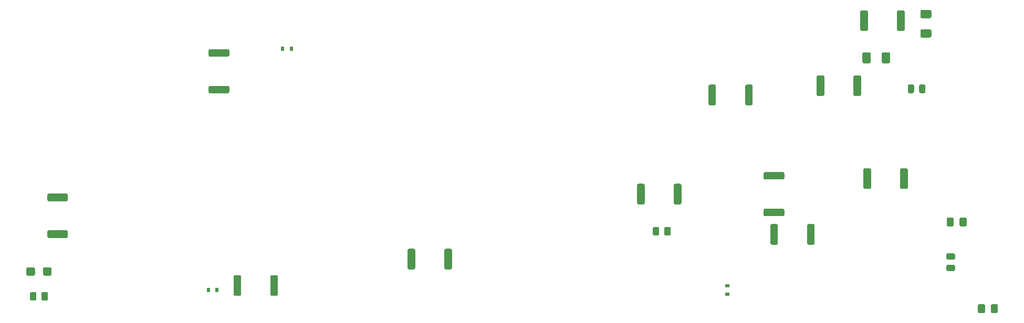
<source format=gbr>
%TF.GenerationSoftware,KiCad,Pcbnew,(5.1.10)-1*%
%TF.CreationDate,2021-11-03T21:28:22+01:00*%
%TF.ProjectId,Amplificatore,416d706c-6966-4696-9361-746f72652e6b,rev?*%
%TF.SameCoordinates,Original*%
%TF.FileFunction,Paste,Bot*%
%TF.FilePolarity,Positive*%
%FSLAX46Y46*%
G04 Gerber Fmt 4.6, Leading zero omitted, Abs format (unit mm)*
G04 Created by KiCad (PCBNEW (5.1.10)-1) date 2021-11-03 21:28:22*
%MOMM*%
%LPD*%
G01*
G04 APERTURE LIST*
%ADD10R,0.700000X0.600000*%
%ADD11R,0.600000X0.700000*%
G04 APERTURE END LIST*
%TO.C,R39*%
G36*
G01*
X205440001Y-79430000D02*
X204539999Y-79430000D01*
G75*
G02*
X204290000Y-79180001I0J249999D01*
G01*
X204290000Y-78654999D01*
G75*
G02*
X204539999Y-78405000I249999J0D01*
G01*
X205440001Y-78405000D01*
G75*
G02*
X205690000Y-78654999I0J-249999D01*
G01*
X205690000Y-79180001D01*
G75*
G02*
X205440001Y-79430000I-249999J0D01*
G01*
G37*
G36*
G01*
X205440001Y-81255000D02*
X204539999Y-81255000D01*
G75*
G02*
X204290000Y-81005001I0J249999D01*
G01*
X204290000Y-80479999D01*
G75*
G02*
X204539999Y-80230000I249999J0D01*
G01*
X205440001Y-80230000D01*
G75*
G02*
X205690000Y-80479999I0J-249999D01*
G01*
X205690000Y-81005001D01*
G75*
G02*
X205440001Y-81255000I-249999J0D01*
G01*
G37*
%TD*%
D10*
%TO.C,D10*%
X168990000Y-85030000D03*
X168990000Y-83630000D03*
%TD*%
D11*
%TO.C,D9*%
X97290000Y-45330000D03*
X98690000Y-45330000D03*
%TD*%
%TO.C,D8*%
X85290000Y-84330000D03*
X86690000Y-84330000D03*
%TD*%
%TO.C,C31*%
G36*
G01*
X210540000Y-86855000D02*
X210540000Y-87805000D01*
G75*
G02*
X210290000Y-88055000I-250000J0D01*
G01*
X209615000Y-88055000D01*
G75*
G02*
X209365000Y-87805000I0J250000D01*
G01*
X209365000Y-86855000D01*
G75*
G02*
X209615000Y-86605000I250000J0D01*
G01*
X210290000Y-86605000D01*
G75*
G02*
X210540000Y-86855000I0J-250000D01*
G01*
G37*
G36*
G01*
X212615000Y-86855000D02*
X212615000Y-87805000D01*
G75*
G02*
X212365000Y-88055000I-250000J0D01*
G01*
X211690000Y-88055000D01*
G75*
G02*
X211440000Y-87805000I0J250000D01*
G01*
X211440000Y-86855000D01*
G75*
G02*
X211690000Y-86605000I250000J0D01*
G01*
X212365000Y-86605000D01*
G75*
G02*
X212615000Y-86855000I0J-250000D01*
G01*
G37*
%TD*%
%TO.C,C29*%
G36*
G01*
X206402000Y-73805000D02*
X206402000Y-72855000D01*
G75*
G02*
X206652000Y-72605000I250000J0D01*
G01*
X207327000Y-72605000D01*
G75*
G02*
X207577000Y-72855000I0J-250000D01*
G01*
X207577000Y-73805000D01*
G75*
G02*
X207327000Y-74055000I-250000J0D01*
G01*
X206652000Y-74055000D01*
G75*
G02*
X206402000Y-73805000I0J250000D01*
G01*
G37*
G36*
G01*
X204327000Y-73805000D02*
X204327000Y-72855000D01*
G75*
G02*
X204577000Y-72605000I250000J0D01*
G01*
X205252000Y-72605000D01*
G75*
G02*
X205502000Y-72855000I0J-250000D01*
G01*
X205502000Y-73805000D01*
G75*
G02*
X205252000Y-74055000I-250000J0D01*
G01*
X204577000Y-74055000D01*
G75*
G02*
X204327000Y-73805000I0J250000D01*
G01*
G37*
%TD*%
%TO.C,R35*%
G36*
G01*
X199890000Y-52280001D02*
X199890000Y-51379999D01*
G75*
G02*
X200139999Y-51130000I249999J0D01*
G01*
X200665001Y-51130000D01*
G75*
G02*
X200915000Y-51379999I0J-249999D01*
G01*
X200915000Y-52280001D01*
G75*
G02*
X200665001Y-52530000I-249999J0D01*
G01*
X200139999Y-52530000D01*
G75*
G02*
X199890000Y-52280001I0J249999D01*
G01*
G37*
G36*
G01*
X198065000Y-52280001D02*
X198065000Y-51379999D01*
G75*
G02*
X198314999Y-51130000I249999J0D01*
G01*
X198840001Y-51130000D01*
G75*
G02*
X199090000Y-51379999I0J-249999D01*
G01*
X199090000Y-52280001D01*
G75*
G02*
X198840001Y-52530000I-249999J0D01*
G01*
X198314999Y-52530000D01*
G75*
G02*
X198065000Y-52280001I0J249999D01*
G01*
G37*
%TD*%
%TO.C,C26*%
G36*
G01*
X193890000Y-47480001D02*
X193890000Y-46179999D01*
G75*
G02*
X194139999Y-45930000I249999J0D01*
G01*
X194965001Y-45930000D01*
G75*
G02*
X195215000Y-46179999I0J-249999D01*
G01*
X195215000Y-47480001D01*
G75*
G02*
X194965001Y-47730000I-249999J0D01*
G01*
X194139999Y-47730000D01*
G75*
G02*
X193890000Y-47480001I0J249999D01*
G01*
G37*
G36*
G01*
X190765000Y-47480001D02*
X190765000Y-46179999D01*
G75*
G02*
X191014999Y-45930000I249999J0D01*
G01*
X191840001Y-45930000D01*
G75*
G02*
X192090000Y-46179999I0J-249999D01*
G01*
X192090000Y-47480001D01*
G75*
G02*
X191840001Y-47730000I-249999J0D01*
G01*
X191014999Y-47730000D01*
G75*
G02*
X190765000Y-47480001I0J249999D01*
G01*
G37*
%TD*%
%TO.C,C25*%
G36*
G01*
X200339999Y-42230000D02*
X201640001Y-42230000D01*
G75*
G02*
X201890000Y-42479999I0J-249999D01*
G01*
X201890000Y-43305001D01*
G75*
G02*
X201640001Y-43555000I-249999J0D01*
G01*
X200339999Y-43555000D01*
G75*
G02*
X200090000Y-43305001I0J249999D01*
G01*
X200090000Y-42479999D01*
G75*
G02*
X200339999Y-42230000I249999J0D01*
G01*
G37*
G36*
G01*
X200339999Y-39105000D02*
X201640001Y-39105000D01*
G75*
G02*
X201890000Y-39354999I0J-249999D01*
G01*
X201890000Y-40180001D01*
G75*
G02*
X201640001Y-40430000I-249999J0D01*
G01*
X200339999Y-40430000D01*
G75*
G02*
X200090000Y-40180001I0J249999D01*
G01*
X200090000Y-39354999D01*
G75*
G02*
X200339999Y-39105000I249999J0D01*
G01*
G37*
%TD*%
%TO.C,R30*%
G36*
G01*
X189302000Y-52755000D02*
X189302000Y-49905000D01*
G75*
G02*
X189552000Y-49655000I250000J0D01*
G01*
X190277000Y-49655000D01*
G75*
G02*
X190527000Y-49905000I0J-250000D01*
G01*
X190527000Y-52755000D01*
G75*
G02*
X190277000Y-53005000I-250000J0D01*
G01*
X189552000Y-53005000D01*
G75*
G02*
X189302000Y-52755000I0J250000D01*
G01*
G37*
G36*
G01*
X183377000Y-52755000D02*
X183377000Y-49905000D01*
G75*
G02*
X183627000Y-49655000I250000J0D01*
G01*
X184352000Y-49655000D01*
G75*
G02*
X184602000Y-49905000I0J-250000D01*
G01*
X184602000Y-52755000D01*
G75*
G02*
X184352000Y-53005000I-250000J0D01*
G01*
X183627000Y-53005000D01*
G75*
G02*
X183377000Y-52755000I0J250000D01*
G01*
G37*
%TD*%
%TO.C,R29*%
G36*
G01*
X191640000Y-39405000D02*
X191640000Y-42255000D01*
G75*
G02*
X191390000Y-42505000I-250000J0D01*
G01*
X190665000Y-42505000D01*
G75*
G02*
X190415000Y-42255000I0J250000D01*
G01*
X190415000Y-39405000D01*
G75*
G02*
X190665000Y-39155000I250000J0D01*
G01*
X191390000Y-39155000D01*
G75*
G02*
X191640000Y-39405000I0J-250000D01*
G01*
G37*
G36*
G01*
X197565000Y-39405000D02*
X197565000Y-42255000D01*
G75*
G02*
X197315000Y-42505000I-250000J0D01*
G01*
X196590000Y-42505000D01*
G75*
G02*
X196340000Y-42255000I0J250000D01*
G01*
X196340000Y-39405000D01*
G75*
G02*
X196590000Y-39155000I250000J0D01*
G01*
X197315000Y-39155000D01*
G75*
G02*
X197565000Y-39405000I0J-250000D01*
G01*
G37*
%TD*%
%TO.C,R28*%
G36*
G01*
X177915000Y-66480000D02*
X175065000Y-66480000D01*
G75*
G02*
X174815000Y-66230000I0J250000D01*
G01*
X174815000Y-65505000D01*
G75*
G02*
X175065000Y-65255000I250000J0D01*
G01*
X177915000Y-65255000D01*
G75*
G02*
X178165000Y-65505000I0J-250000D01*
G01*
X178165000Y-66230000D01*
G75*
G02*
X177915000Y-66480000I-250000J0D01*
G01*
G37*
G36*
G01*
X177915000Y-72405000D02*
X175065000Y-72405000D01*
G75*
G02*
X174815000Y-72155000I0J250000D01*
G01*
X174815000Y-71430000D01*
G75*
G02*
X175065000Y-71180000I250000J0D01*
G01*
X177915000Y-71180000D01*
G75*
G02*
X178165000Y-71430000I0J-250000D01*
G01*
X178165000Y-72155000D01*
G75*
G02*
X177915000Y-72405000I-250000J0D01*
G01*
G37*
%TD*%
%TO.C,R27*%
G36*
G01*
X181840000Y-76755000D02*
X181840000Y-73905000D01*
G75*
G02*
X182090000Y-73655000I250000J0D01*
G01*
X182815000Y-73655000D01*
G75*
G02*
X183065000Y-73905000I0J-250000D01*
G01*
X183065000Y-76755000D01*
G75*
G02*
X182815000Y-77005000I-250000J0D01*
G01*
X182090000Y-77005000D01*
G75*
G02*
X181840000Y-76755000I0J250000D01*
G01*
G37*
G36*
G01*
X175915000Y-76755000D02*
X175915000Y-73905000D01*
G75*
G02*
X176165000Y-73655000I250000J0D01*
G01*
X176890000Y-73655000D01*
G75*
G02*
X177140000Y-73905000I0J-250000D01*
G01*
X177140000Y-76755000D01*
G75*
G02*
X176890000Y-77005000I-250000J0D01*
G01*
X176165000Y-77005000D01*
G75*
G02*
X175915000Y-76755000I0J250000D01*
G01*
G37*
%TD*%
%TO.C,R26*%
G36*
G01*
X160340000Y-70255000D02*
X160340000Y-67405000D01*
G75*
G02*
X160590000Y-67155000I250000J0D01*
G01*
X161315000Y-67155000D01*
G75*
G02*
X161565000Y-67405000I0J-250000D01*
G01*
X161565000Y-70255000D01*
G75*
G02*
X161315000Y-70505000I-250000J0D01*
G01*
X160590000Y-70505000D01*
G75*
G02*
X160340000Y-70255000I0J250000D01*
G01*
G37*
G36*
G01*
X154415000Y-70255000D02*
X154415000Y-67405000D01*
G75*
G02*
X154665000Y-67155000I250000J0D01*
G01*
X155390000Y-67155000D01*
G75*
G02*
X155640000Y-67405000I0J-250000D01*
G01*
X155640000Y-70255000D01*
G75*
G02*
X155390000Y-70505000I-250000J0D01*
G01*
X154665000Y-70505000D01*
G75*
G02*
X154415000Y-70255000I0J250000D01*
G01*
G37*
%TD*%
%TO.C,R25*%
G36*
G01*
X171840000Y-54255000D02*
X171840000Y-51405000D01*
G75*
G02*
X172090000Y-51155000I250000J0D01*
G01*
X172815000Y-51155000D01*
G75*
G02*
X173065000Y-51405000I0J-250000D01*
G01*
X173065000Y-54255000D01*
G75*
G02*
X172815000Y-54505000I-250000J0D01*
G01*
X172090000Y-54505000D01*
G75*
G02*
X171840000Y-54255000I0J250000D01*
G01*
G37*
G36*
G01*
X165915000Y-54255000D02*
X165915000Y-51405000D01*
G75*
G02*
X166165000Y-51155000I250000J0D01*
G01*
X166890000Y-51155000D01*
G75*
G02*
X167140000Y-51405000I0J-250000D01*
G01*
X167140000Y-54255000D01*
G75*
G02*
X166890000Y-54505000I-250000J0D01*
G01*
X166165000Y-54505000D01*
G75*
G02*
X165915000Y-54255000I0J250000D01*
G01*
G37*
%TD*%
%TO.C,R22*%
G36*
G01*
X158802000Y-75280001D02*
X158802000Y-74379999D01*
G75*
G02*
X159051999Y-74130000I249999J0D01*
G01*
X159577001Y-74130000D01*
G75*
G02*
X159827000Y-74379999I0J-249999D01*
G01*
X159827000Y-75280001D01*
G75*
G02*
X159577001Y-75530000I-249999J0D01*
G01*
X159051999Y-75530000D01*
G75*
G02*
X158802000Y-75280001I0J249999D01*
G01*
G37*
G36*
G01*
X156977000Y-75280001D02*
X156977000Y-74379999D01*
G75*
G02*
X157226999Y-74130000I249999J0D01*
G01*
X157752001Y-74130000D01*
G75*
G02*
X158002000Y-74379999I0J-249999D01*
G01*
X158002000Y-75280001D01*
G75*
G02*
X157752001Y-75530000I-249999J0D01*
G01*
X157226999Y-75530000D01*
G75*
G02*
X156977000Y-75280001I0J249999D01*
G01*
G37*
%TD*%
%TO.C,R21*%
G36*
G01*
X192140000Y-64905000D02*
X192140000Y-67755000D01*
G75*
G02*
X191890000Y-68005000I-250000J0D01*
G01*
X191165000Y-68005000D01*
G75*
G02*
X190915000Y-67755000I0J250000D01*
G01*
X190915000Y-64905000D01*
G75*
G02*
X191165000Y-64655000I250000J0D01*
G01*
X191890000Y-64655000D01*
G75*
G02*
X192140000Y-64905000I0J-250000D01*
G01*
G37*
G36*
G01*
X198065000Y-64905000D02*
X198065000Y-67755000D01*
G75*
G02*
X197815000Y-68005000I-250000J0D01*
G01*
X197090000Y-68005000D01*
G75*
G02*
X196840000Y-67755000I0J250000D01*
G01*
X196840000Y-64905000D01*
G75*
G02*
X197090000Y-64655000I250000J0D01*
G01*
X197815000Y-64655000D01*
G75*
G02*
X198065000Y-64905000I0J-250000D01*
G01*
G37*
%TD*%
%TO.C,R14*%
G36*
G01*
X118640000Y-77905000D02*
X118640000Y-80755000D01*
G75*
G02*
X118390000Y-81005000I-250000J0D01*
G01*
X117665000Y-81005000D01*
G75*
G02*
X117415000Y-80755000I0J250000D01*
G01*
X117415000Y-77905000D01*
G75*
G02*
X117665000Y-77655000I250000J0D01*
G01*
X118390000Y-77655000D01*
G75*
G02*
X118640000Y-77905000I0J-250000D01*
G01*
G37*
G36*
G01*
X124565000Y-77905000D02*
X124565000Y-80755000D01*
G75*
G02*
X124315000Y-81005000I-250000J0D01*
G01*
X123590000Y-81005000D01*
G75*
G02*
X123340000Y-80755000I0J250000D01*
G01*
X123340000Y-77905000D01*
G75*
G02*
X123590000Y-77655000I250000J0D01*
G01*
X124315000Y-77655000D01*
G75*
G02*
X124565000Y-77905000I0J-250000D01*
G01*
G37*
%TD*%
%TO.C,R9*%
G36*
G01*
X96527500Y-82165000D02*
X96527500Y-85015000D01*
G75*
G02*
X96277500Y-85265000I-250000J0D01*
G01*
X95552500Y-85265000D01*
G75*
G02*
X95302500Y-85015000I0J250000D01*
G01*
X95302500Y-82165000D01*
G75*
G02*
X95552500Y-81915000I250000J0D01*
G01*
X96277500Y-81915000D01*
G75*
G02*
X96527500Y-82165000I0J-250000D01*
G01*
G37*
G36*
G01*
X90602500Y-82165000D02*
X90602500Y-85015000D01*
G75*
G02*
X90352500Y-85265000I-250000J0D01*
G01*
X89627500Y-85265000D01*
G75*
G02*
X89377500Y-85015000I0J250000D01*
G01*
X89377500Y-82165000D01*
G75*
G02*
X89627500Y-81915000I250000J0D01*
G01*
X90352500Y-81915000D01*
G75*
G02*
X90602500Y-82165000I0J-250000D01*
G01*
G37*
%TD*%
%TO.C,R8*%
G36*
G01*
X85575000Y-45425000D02*
X88425000Y-45425000D01*
G75*
G02*
X88675000Y-45675000I0J-250000D01*
G01*
X88675000Y-46400000D01*
G75*
G02*
X88425000Y-46650000I-250000J0D01*
G01*
X85575000Y-46650000D01*
G75*
G02*
X85325000Y-46400000I0J250000D01*
G01*
X85325000Y-45675000D01*
G75*
G02*
X85575000Y-45425000I250000J0D01*
G01*
G37*
G36*
G01*
X85575000Y-51350000D02*
X88425000Y-51350000D01*
G75*
G02*
X88675000Y-51600000I0J-250000D01*
G01*
X88675000Y-52325000D01*
G75*
G02*
X88425000Y-52575000I-250000J0D01*
G01*
X85575000Y-52575000D01*
G75*
G02*
X85325000Y-52325000I0J250000D01*
G01*
X85325000Y-51600000D01*
G75*
G02*
X85575000Y-51350000I250000J0D01*
G01*
G37*
%TD*%
%TO.C,R7*%
G36*
G01*
X57590000Y-84879999D02*
X57590000Y-85780001D01*
G75*
G02*
X57340001Y-86030000I-249999J0D01*
G01*
X56814999Y-86030000D01*
G75*
G02*
X56565000Y-85780001I0J249999D01*
G01*
X56565000Y-84879999D01*
G75*
G02*
X56814999Y-84630000I249999J0D01*
G01*
X57340001Y-84630000D01*
G75*
G02*
X57590000Y-84879999I0J-249999D01*
G01*
G37*
G36*
G01*
X59415000Y-84879999D02*
X59415000Y-85780001D01*
G75*
G02*
X59165001Y-86030000I-249999J0D01*
G01*
X58639999Y-86030000D01*
G75*
G02*
X58390000Y-85780001I0J249999D01*
G01*
X58390000Y-84879999D01*
G75*
G02*
X58639999Y-84630000I249999J0D01*
G01*
X59165001Y-84630000D01*
G75*
G02*
X59415000Y-84879999I0J-249999D01*
G01*
G37*
%TD*%
%TO.C,R6*%
G36*
G01*
X62415000Y-69980000D02*
X59565000Y-69980000D01*
G75*
G02*
X59315000Y-69730000I0J250000D01*
G01*
X59315000Y-69005000D01*
G75*
G02*
X59565000Y-68755000I250000J0D01*
G01*
X62415000Y-68755000D01*
G75*
G02*
X62665000Y-69005000I0J-250000D01*
G01*
X62665000Y-69730000D01*
G75*
G02*
X62415000Y-69980000I-250000J0D01*
G01*
G37*
G36*
G01*
X62415000Y-75905000D02*
X59565000Y-75905000D01*
G75*
G02*
X59315000Y-75655000I0J250000D01*
G01*
X59315000Y-74930000D01*
G75*
G02*
X59565000Y-74680000I250000J0D01*
G01*
X62415000Y-74680000D01*
G75*
G02*
X62665000Y-74930000I0J-250000D01*
G01*
X62665000Y-75655000D01*
G75*
G02*
X62415000Y-75905000I-250000J0D01*
G01*
G37*
%TD*%
%TO.C,C8*%
G36*
G01*
X57340000Y-80904999D02*
X57340000Y-81755001D01*
G75*
G02*
X57090001Y-82005000I-249999J0D01*
G01*
X56189999Y-82005000D01*
G75*
G02*
X55940000Y-81755001I0J249999D01*
G01*
X55940000Y-80904999D01*
G75*
G02*
X56189999Y-80655000I249999J0D01*
G01*
X57090001Y-80655000D01*
G75*
G02*
X57340000Y-80904999I0J-249999D01*
G01*
G37*
G36*
G01*
X60040000Y-80904999D02*
X60040000Y-81755001D01*
G75*
G02*
X59790001Y-82005000I-249999J0D01*
G01*
X58889999Y-82005000D01*
G75*
G02*
X58640000Y-81755001I0J249999D01*
G01*
X58640000Y-80904999D01*
G75*
G02*
X58889999Y-80655000I249999J0D01*
G01*
X59790001Y-80655000D01*
G75*
G02*
X60040000Y-80904999I0J-249999D01*
G01*
G37*
%TD*%
M02*

</source>
